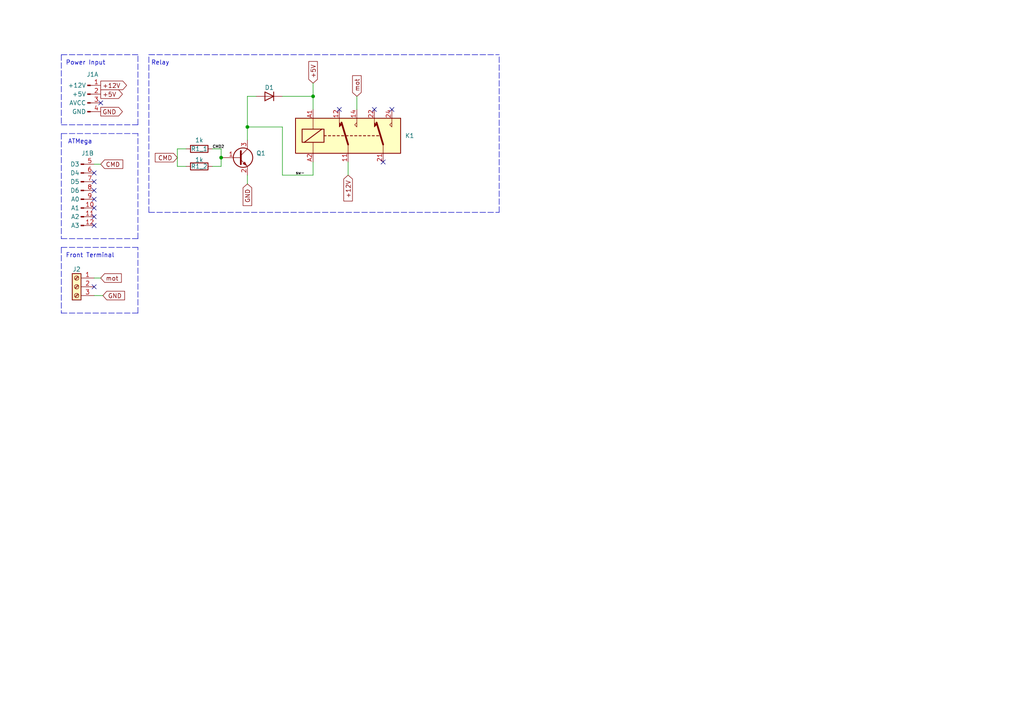
<source format=kicad_sch>
(kicad_sch (version 20211123) (generator eeschema)
  (paper "A4")
  (lib_symbols
    (symbol "CAN_ATmega:Connector_male_4x8" (pin_names (offset 1.7))
      (property "Reference" "J" (at -12 0 0))
      (property "Value" "Connector_male_4x8" (at 0 11.811 0))
      (symbol "Connector_male_4x8_1_1"
        (rectangle (start -2.9718 -3.683) (end -3.8354 -3.937) (stroke (width 0.1524)) (fill (type outline)))
        (rectangle (start -2.9718 -1.143) (end -3.8354 -1.397) (stroke (width 0.1524)) (fill (type outline)))
        (rectangle (start -2.9718 1.397) (end -3.8354 1.143) (stroke (width 0.1524)) (fill (type outline)))
        (rectangle (start -2.9718 3.937) (end -3.8354 3.683) (stroke (width 0.1524)) (fill (type outline)))
        (polyline (pts (xy -2.5654 -3.81) (xy -2.9718 -3.81)) (stroke (width 0.1524)))
        (polyline (pts (xy -2.5654 -1.27) (xy -2.9718 -1.27)) (stroke (width 0.1524)))
        (polyline (pts (xy -2.5654 1.27) (xy -2.9718 1.27)) (stroke (width 0.1524)))
        (polyline (pts (xy -2.5654 3.81) (xy -2.9718 3.81)) (stroke (width 0.1524)))
        (pin power_in line (at 0 3.81 180) (length 2.54) (name "+12V") (number "1"))
        (pin power_in line (at 0 1.27 180) (length 2.54) (name "+5V") (number "2"))
        (pin power_in line (at 0 -1.27 180) (length 2.54) (name "AVCC") (number "3"))
        (pin power_in line (at 0 -3.81 180) (length 2.54) (name "GND") (number "4"))
      )
      (symbol "Connector_male_4x8_2_1"
        (rectangle (start -2.9718 -8.763) (end -3.8354 -9.017) (stroke (width 0.1524)) (fill (type outline)))
        (rectangle (start -2.9718 -6.223) (end -3.8354 -6.477) (stroke (width 0.1524)) (fill (type outline)))
        (rectangle (start -2.9718 -3.683) (end -3.8354 -3.937) (stroke (width 0.1524)) (fill (type outline)))
        (rectangle (start -2.9718 -1.143) (end -3.8354 -1.397) (stroke (width 0.1524)) (fill (type outline)))
        (rectangle (start -2.9718 1.397) (end -3.8354 1.143) (stroke (width 0.1524)) (fill (type outline)))
        (rectangle (start -2.9718 3.937) (end -3.8354 3.683) (stroke (width 0.1524)) (fill (type outline)))
        (rectangle (start -2.9718 6.477) (end -3.8354 6.223) (stroke (width 0.1524)) (fill (type outline)))
        (rectangle (start -2.9718 9.017) (end -3.8354 8.763) (stroke (width 0.1524)) (fill (type outline)))
        (polyline (pts (xy -2.5654 -8.89) (xy -2.9718 -8.89)) (stroke (width 0.1524)))
        (polyline (pts (xy -2.5654 -6.35) (xy -2.9718 -6.35)) (stroke (width 0.1524)))
        (polyline (pts (xy -2.5654 -3.81) (xy -2.9718 -3.81)) (stroke (width 0.1524)))
        (polyline (pts (xy -2.5654 -1.27) (xy -2.9718 -1.27)) (stroke (width 0.1524)))
        (polyline (pts (xy -2.5654 1.27) (xy -2.9718 1.27)) (stroke (width 0.1524)))
        (polyline (pts (xy -2.5654 3.81) (xy -2.9718 3.81)) (stroke (width 0.1524)))
        (polyline (pts (xy -2.5654 6.35) (xy -2.9718 6.35)) (stroke (width 0.1524)))
        (polyline (pts (xy -2.5654 8.89) (xy -2.9718 8.89)) (stroke (width 0.1524)))
        (pin passive line (at 0 -3.81 180) (length 2.54) (name "A1") (number "10"))
        (pin passive line (at 0 -6.35 180) (length 2.54) (name "A2") (number "11"))
        (pin passive line (at 0 -8.89 180) (length 2.54) (name "A3") (number "12"))
        (pin passive line (at 0 8.89 180) (length 2.54) (name "D3") (number "5"))
        (pin passive line (at 0 6.35 180) (length 2.54) (name "D4") (number "6"))
        (pin passive line (at 0 3.81 180) (length 2.54) (name "D5") (number "7"))
        (pin passive line (at 0 1.27 180) (length 2.54) (name "D6") (number "8"))
        (pin passive line (at 0 -1.27 180) (length 2.54) (name "A0") (number "9"))
      )
    )
    (symbol "Connector:Screw_Terminal_01x03" (pin_names (offset 1.016) hide)
      (property "Reference" "J" (at 0 5.08 0))
      (property "Value" "Screw_Terminal_01x03" (at 0 -5.08 0))
      (symbol "Screw_Terminal_01x03_1_1"
        (rectangle (start -1.27 3.81) (end 1.27 -3.81) (stroke (width 0.254)) (fill (type background)))
        (circle (center 0 -2.54) (radius 0.635) (stroke (width 0.1524)))
        (polyline (pts (xy -0.5334 -2.2098) (xy 0.3302 -3.048)) (stroke (width 0.1524)))
        (polyline (pts (xy -0.5334 0.3302) (xy 0.3302 -0.508)) (stroke (width 0.1524)))
        (polyline (pts (xy -0.5334 2.8702) (xy 0.3302 2.032)) (stroke (width 0.1524)))
        (polyline (pts (xy -0.3556 -2.032) (xy 0.508 -2.8702)) (stroke (width 0.1524)))
        (polyline (pts (xy -0.3556 0.508) (xy 0.508 -0.3302)) (stroke (width 0.1524)))
        (polyline (pts (xy -0.3556 3.048) (xy 0.508 2.2098)) (stroke (width 0.1524)))
        (circle (center 0 0) (radius 0.635) (stroke (width 0.1524)))
        (circle (center 0 2.54) (radius 0.635) (stroke (width 0.1524)))
        (pin passive line (at -5.08 2.54 0) (length 3.81) (name "Pin_1") (number "1"))
        (pin passive line (at -5.08 0 0) (length 3.81) (name "Pin_2") (number "2"))
        (pin passive line (at -5.08 -2.54 0) (length 3.81) (name "Pin_3") (number "3"))
      )
    )
    (symbol "Device:D" (pin_numbers hide) (pin_names (offset 1.016) hide)
      (property "Reference" "D" (at 0 2.54 0))
      (property "Value" "D" (at 0 -2.54 0))
      (symbol "D_0_1"
        (polyline (pts (xy -1.27 1.27) (xy -1.27 -1.27)) (stroke (width 0.254)))
        (polyline (pts (xy 1.27 0) (xy -1.27 0)))
        (polyline (pts (xy 1.27 1.27) (xy 1.27 -1.27) (xy -1.27 0) (xy 1.27 1.27)) (stroke (width 0.254)))
      )
      (symbol "D_1_1"
        (pin passive line (at -3.81 0 0) (length 2.54) (name "K") (number "1"))
        (pin passive line (at 3.81 0 180) (length 2.54) (name "A") (number "2"))
      )
    )
    (symbol "Device:R" (pin_numbers hide) (pin_names (offset 0))
      (property "Reference" "R" (at 2.032 0 90))
      (property "Value" "R" (at 0 0 90))
      (symbol "R_0_1"
        (rectangle (start -1.016 -2.54) (end 1.016 2.54) (stroke (width 0.254)))
      )
      (symbol "R_1_1"
        (pin passive line (at 0 3.81 270) (length 1.27) (name "~") (number "1"))
        (pin passive line (at 0 -3.81 90) (length 1.27) (name "~") (number "2"))
      )
    )
    (symbol "Relay:FINDER-30.22"
      (property "Reference" "K" (at 16.51 3.81 0))
      (property "Value" "FINDER-30.22" (at 16.51 1.27 0))
      (symbol "FINDER-30.22_0_0"
        (polyline (pts (xy -2.54 5.08) (xy -2.54 2.54) (xy -1.905 3.175) (xy -2.54 3.81)) (fill (type outline)))
        (polyline (pts (xy 2.54 5.08) (xy 2.54 2.54) (xy 1.905 3.175) (xy 2.54 3.81)))
        (polyline (pts (xy 7.62 5.08) (xy 7.62 2.54) (xy 8.255 3.175) (xy 7.62 3.81)) (fill (type outline)))
        (polyline (pts (xy 12.7 5.08) (xy 12.7 2.54) (xy 12.065 3.175) (xy 12.7 3.81)))
      )
      (symbol "FINDER-30.22_0_1"
        (rectangle (start -15.24 5.08) (end 15.24 -5.08) (stroke (width 0.254)) (fill (type background)))
        (rectangle (start -13.335 1.905) (end -6.985 -1.905) (stroke (width 0.254)))
        (polyline (pts (xy -12.7 -1.905) (xy -7.62 1.905)) (stroke (width 0.254)))
        (polyline (pts (xy -10.16 -5.08) (xy -10.16 -1.905)))
        (polyline (pts (xy -10.16 5.08) (xy -10.16 1.905)))
        (polyline (pts (xy -6.985 0) (xy -6.35 0)) (stroke (width 0.254)))
        (polyline (pts (xy -5.715 0) (xy -5.08 0)) (stroke (width 0.254)))
        (polyline (pts (xy -4.445 0) (xy -3.81 0)) (stroke (width 0.254)))
        (polyline (pts (xy -3.175 0) (xy -2.54 0)) (stroke (width 0.254)))
        (polyline (pts (xy -1.905 0) (xy -1.27 0)) (stroke (width 0.254)))
        (polyline (pts (xy -0.635 0) (xy 0 0)) (stroke (width 0.254)))
        (polyline (pts (xy 0 -2.54) (xy -1.905 3.81)) (stroke (width 0.508)))
        (polyline (pts (xy 0 -2.54) (xy 0 -5.08)))
        (polyline (pts (xy 0.635 0) (xy 1.27 0)) (stroke (width 0.254)))
        (polyline (pts (xy 1.905 0) (xy 2.54 0)) (stroke (width 0.254)))
        (polyline (pts (xy 3.175 0) (xy 3.81 0)) (stroke (width 0.254)))
        (polyline (pts (xy 4.445 0) (xy 5.08 0)) (stroke (width 0.254)))
        (polyline (pts (xy 5.715 0) (xy 6.35 0)) (stroke (width 0.254)))
        (polyline (pts (xy 6.985 0) (xy 7.62 0)) (stroke (width 0.254)))
        (polyline (pts (xy 8.255 0) (xy 8.89 0)) (stroke (width 0.254)))
        (polyline (pts (xy 10.16 -2.54) (xy 8.255 3.81)) (stroke (width 0.508)))
        (polyline (pts (xy 10.16 -2.54) (xy 10.16 -5.08)))
      )
      (symbol "FINDER-30.22_1_1"
        (pin passive line (at 0 -7.62 90) (length 2.54) (name "~") (number "11"))
        (pin passive line (at -2.54 7.62 270) (length 2.54) (name "~") (number "12"))
        (pin passive line (at 2.54 7.62 270) (length 2.54) (name "~") (number "14"))
        (pin passive line (at 10.16 -7.62 90) (length 2.54) (name "~") (number "21"))
        (pin passive line (at 7.62 7.62 270) (length 2.54) (name "~") (number "22"))
        (pin passive line (at 12.7 7.62 270) (length 2.54) (name "~") (number "24"))
        (pin passive line (at -10.16 7.62 270) (length 2.54) (name "~") (number "A1"))
        (pin passive line (at -10.16 -7.62 90) (length 2.54) (name "~") (number "A2"))
      )
    )
    (symbol "Transistor_BJT:BC850" (pin_names (offset 0) hide)
      (property "Reference" "Q" (at 5.08 1.905 0))
      (property "Value" "BC850" (at 5.08 0 0))
      (symbol "BC850_0_1"
        (polyline (pts (xy 0.635 0.635) (xy 2.54 2.54)))
        (polyline (pts (xy 0.635 -0.635) (xy 2.54 -2.54) (xy 2.54 -2.54)))
        (polyline (pts (xy 0.635 1.905) (xy 0.635 -1.905) (xy 0.635 -1.905)) (stroke (width 0.508)))
        (polyline (pts (xy 1.27 -1.778) (xy 1.778 -1.27) (xy 2.286 -2.286) (xy 1.27 -1.778) (xy 1.27 -1.778)) (fill (type outline)))
        (circle (center 1.27 0) (radius 2.8194) (stroke (width 0.254)))
      )
      (symbol "BC850_1_1"
        (pin input line (at -5.08 0 0) (length 5.715) (name "B") (number "1"))
        (pin passive line (at 2.54 -5.08 90) (length 2.54) (name "E") (number "2"))
        (pin passive line (at 2.54 5.08 270) (length 2.54) (name "C") (number "3"))
      )
    )
  )
  (junction (at 71.755 36.83))
  (junction (at 90.805 27.94))
  (junction (at 64.135 45.72))
  (no_connect (at 27.305 62.865))
  (no_connect (at 27.305 55.245))
  (no_connect (at 27.305 52.705))
  (no_connect (at 111.125 46.99))
  (no_connect (at 27.305 65.405))
  (no_connect (at 108.585 31.75))
  (no_connect (at 27.305 60.325))
  (no_connect (at 27.305 83.185))
  (no_connect (at 29.21 29.845))
  (no_connect (at 113.665 31.75))
  (no_connect (at 27.305 57.785))
  (no_connect (at 27.305 50.165))
  (no_connect (at 98.425 31.75))
  (wire (pts (xy 64.135 48.26) (xy 64.135 45.72)))
  (polyline (pts (xy 17.78 15.875) (xy 40.005 15.875)))
  (polyline (pts (xy 17.78 69.215) (xy 40.005 69.215)))
  (wire (pts (xy 90.805 24.13) (xy 90.805 27.94)))
  (wire (pts (xy 90.805 27.94) (xy 90.805 31.75)))
  (wire (pts (xy 61.595 48.26) (xy 64.135 48.26)))
  (wire (pts (xy 90.805 46.99) (xy 90.805 50.8)))
  (wire (pts (xy 71.755 36.83) (xy 71.755 40.64)))
  (polyline (pts (xy 40.005 90.805) (xy 40.005 71.755)))
  (polyline (pts (xy 40.005 69.215) (xy 40.005 38.735)))
  (wire (pts (xy 71.755 27.94) (xy 71.755 36.83)))
  (wire (pts (xy 81.915 27.94) (xy 90.805 27.94)))
  (wire (pts (xy 71.755 50.8) (xy 71.755 53.34)))
  (polyline (pts (xy 17.78 71.755) (xy 40.005 71.755)))
  (wire (pts (xy 53.975 48.26) (xy 51.435 48.26)))
  (wire (pts (xy 74.295 27.94) (xy 71.755 27.94)))
  (polyline (pts (xy 17.78 38.735) (xy 17.78 69.215)))
  (polyline (pts (xy 17.78 90.805) (xy 40.005 90.805)))
  (polyline (pts (xy 43.18 61.595) (xy 43.18 15.875)))
  (wire (pts (xy 100.965 46.99) (xy 100.965 50.8)))
  (wire (pts (xy 103.505 27.94) (xy 103.505 31.75)))
  (polyline (pts (xy 144.78 61.595) (xy 144.78 15.875)))
  (polyline (pts (xy 43.18 15.875) (xy 46.355 15.875)))
  (wire (pts (xy 64.135 45.72) (xy 64.135 43.18)))
  (polyline (pts (xy 17.78 71.755) (xy 17.78 90.805)))
  (wire (pts (xy 71.755 36.83) (xy 81.915 36.83)))
  (wire (pts (xy 53.975 43.18) (xy 51.435 43.18)))
  (wire (pts (xy 64.135 43.18) (xy 61.595 43.18)))
  (polyline (pts (xy 40.005 36.195) (xy 40.005 15.875)))
  (polyline (pts (xy 43.18 61.595) (xy 144.78 61.595)))
  (wire (pts (xy 27.305 80.645) (xy 29.21 80.645)))
  (wire (pts (xy 81.915 50.8) (xy 81.915 36.83)))
  (wire (pts (xy 51.435 43.18) (xy 51.435 48.26)))
  (polyline (pts (xy 17.78 38.735) (xy 40.005 38.735)))
  (polyline (pts (xy 43.18 15.875) (xy 144.78 15.875)))
  (wire (pts (xy 81.915 50.8) (xy 90.805 50.8)))
  (wire (pts (xy 27.305 47.625) (xy 29.21 47.625)))
  (polyline (pts (xy 17.78 15.875) (xy 17.78 36.195)))
  (wire (pts (xy 27.305 85.725) (xy 29.845 85.725)))
  (polyline (pts (xy 17.78 36.195) (xy 40.005 36.195)))
  (text "ATMega" (at 19.685 41.91 0) (effects (font (size 1.27 1.27)) (justify left bottom)))
  (text "Power Input" (at 19.05 19.05 0) (effects (font (size 1.27 1.27)) (justify left bottom)))
  (text "Relay" (at 43.815 19.05 0) (effects (font (size 1.27 1.27)) (justify left bottom)))
  (text "Front Terminal" (at 19.05 74.93 0) (effects (font (size 1.27 1.27)) (justify left bottom)))
  (label "sw-" (at 85.725 50.8 0) (effects (font (size 0.8 0.8))))
  (label "CMD2" (at 61.595 43.18 0) (effects (font (size 0.8 0.8))))
  (global_label "+5V" (shape output) (at 29.21 27.305 0) (property "Intersheet References" "${INTERSHEET_REFS}" (effects hide)))
  (global_label "mot" (shape input) (at 29.21 80.645 0) (property "Intersheet References" "${INTERSHEET_REFS}" (effects hide)))
  (global_label "+12V" (shape output) (at 29.21 24.765 0) (property "Intersheet References" "${INTERSHEET_REFS}" (effects hide)))
  (global_label "GND" (shape input) (at 71.755 53.34 270) (property "Intersheet References" "${INTERSHEET_REFS}" (effects hide)))
  (global_label "+12V" (shape input) (at 100.965 50.8 270) (property "Intersheet References" "${INTERSHEET_REFS}" (effects hide)))
  (global_label "+5V" (shape input) (at 90.805 24.13 90) (property "Intersheet References" "${INTERSHEET_REFS}" (effects hide)))
  (global_label "mot" (shape input) (at 103.505 27.94 90) (property "Intersheet References" "${INTERSHEET_REFS}" (effects hide)))
  (global_label "GND" (shape output) (at 29.21 32.385 0) (property "Intersheet References" "${INTERSHEET_REFS}" (effects hide)))
  (global_label "CMD" (shape input) (at 29.21 47.625 0) (property "Intersheet References" "${INTERSHEET_REFS}" (effects hide)))
  (global_label "CMD" (shape input) (at 51.435 45.72 180) (property "Intersheet References" "${INTERSHEET_REFS}" (effects hide)))
  (global_label "GND" (shape input) (at 29.845 85.725 0) (property "Intersheet References" "${INTERSHEET_REFS}" (effects hide)))
  (symbol (lib_id "Connector:Screw_Terminal_01x03") (at 22.225 83.185 0) (mirror y) (unit 1)
    (property "Reference" "J2" (at 22.225 78.105 0))
    (property "Value" "Screw_Terminal_01x03" (effects hide))
    (property "Footprint" "Connector_Wago:Wago_734-163_1x03_P3.50mm_Horizontal" (effects hide))
  )
  (symbol (lib_id "Device:R") (at 57.785 43.18 270) (unit 1)
    (property "Reference" "R1_1" (at 57.785 43.18 90))
    (property "Value" "1k" (at 57.785 40.64 90))
    (property "Footprint" "Resistor_SMD:R_0805_2012Metric" (effects hide))
  )
  (symbol (lib_id "CAN_ATmega:Connector_male_4x8") (at 29.21 28.575 0) (unit 1)
    (property "Reference" "J1" (at 28.575 21.59 0) (effects (justify right)))
    (property "Value" "Connector_male_4x8" (effects hide))
    (property "Footprint" "CAN_ATmega:Connector_male_4x8" (effects hide))
  )
  (symbol (lib_id "Relay:FINDER-30.22") (at 100.965 39.37 0) (unit 1)
    (property "Reference" "K1" (at 117.475 39.37 0) (effects (justify left)))
    (property "Value" "AZ822-2C-5DSE Signal-Relais, 5 V DC, 2 A, 2 CO" (effects hide))
    (property "Footprint" "Relay_THT:Relay_DPDT_Finder_30.22" (effects hide))
    (property "Datasheet" "https://cdn-reichelt.de/documents/datenblatt/C300/AZ822.pdf" (effects hide))
  )
  (symbol (lib_id "CAN_ATmega:Connector_male_4x8") (at 27.305 56.515 0) (unit 2)
    (property "Reference" "J1" (at 25.4 44.45 0))
    (property "Value" "Connector_male_4x8" (effects hide))
    (property "Footprint" "CAN_ATmega:Connector_male_4x8" (effects hide))
  )
  (symbol (lib_id "Transistor_BJT:BC850") (at 69.215 45.72 0) (unit 1)
    (property "Reference" "Q1" (at 74.295 44.4499 0) (effects (justify left)))
    (property "Value" "2N 2222A SMD Bipolartransistor, NPN, 40V, 0,8A, 0,4W, SOT-23" (effects hide))
    (property "Footprint" "Package_TO_SOT_SMD:SOT-23" (effects hide))
    (property "Datasheet" "https://cdn-reichelt.de/documents/datenblatt/A100/2N2222ASMD%23VIS.pdf" (effects hide))
  )
  (symbol (lib_id "Device:D") (at 78.105 27.94 180) (unit 1)
    (property "Reference" "D1" (at 78.105 25.4 0))
    (property "Value" "GS1A Gleichrichterdiode, 50 V, 1 A, DO-214AC/SMA" (effects hide))
    (property "Footprint" "Diode_SMD:D_SMA" (effects hide))
    (property "Datasheet" "https://cdn-reichelt.de/documents/datenblatt/C700/GS1A.pdf" (effects hide))
  )
  (symbol (lib_id "Device:R") (at 57.785 48.26 270) (unit 1)
    (property "Reference" "R1_2" (at 57.785 48.26 90))
    (property "Value" "1k" (at 57.785 46.355 90))
    (property "Footprint" "Resistor_SMD:R_0805_2012Metric" (effects hide))
  )
)
</source>
